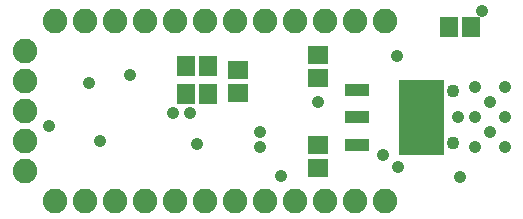
<source format=gbr>
G04 EAGLE Gerber RS-274X export*
G75*
%MOMM*%
%FSLAX34Y34*%
%LPD*%
%INSoldermask Bottom*%
%IPPOS*%
%AMOC8*
5,1,8,0,0,1.08239X$1,22.5*%
G01*
%ADD10C,1.103200*%
%ADD11R,2.103200X1.103200*%
%ADD12R,2.103200X3.403200*%
%ADD13R,1.703200X1.503200*%
%ADD14C,2.082800*%
%ADD15R,1.503200X1.703200*%
%ADD16C,1.061200*%

G36*
X370898Y56143D02*
X370898Y56143D01*
X370956Y56141D01*
X371038Y56163D01*
X371122Y56175D01*
X371175Y56199D01*
X371231Y56213D01*
X371304Y56256D01*
X371381Y56291D01*
X371426Y56329D01*
X371476Y56359D01*
X371534Y56420D01*
X371598Y56475D01*
X371630Y56523D01*
X371670Y56566D01*
X371709Y56641D01*
X371756Y56711D01*
X371773Y56767D01*
X371800Y56819D01*
X371811Y56887D01*
X371841Y56982D01*
X371844Y57082D01*
X371855Y57150D01*
X371855Y118110D01*
X371848Y118161D01*
X371849Y118181D01*
X371848Y118185D01*
X371849Y118226D01*
X371827Y118308D01*
X371815Y118392D01*
X371792Y118445D01*
X371777Y118501D01*
X371734Y118574D01*
X371699Y118651D01*
X371661Y118696D01*
X371632Y118746D01*
X371570Y118804D01*
X371516Y118868D01*
X371467Y118900D01*
X371424Y118940D01*
X371349Y118979D01*
X371279Y119026D01*
X371223Y119043D01*
X371171Y119070D01*
X371103Y119081D01*
X371008Y119111D01*
X370908Y119114D01*
X370840Y119125D01*
X334010Y119125D01*
X333952Y119117D01*
X333894Y119119D01*
X333812Y119097D01*
X333729Y119085D01*
X333675Y119062D01*
X333619Y119047D01*
X333546Y119004D01*
X333469Y118969D01*
X333424Y118931D01*
X333374Y118902D01*
X333316Y118840D01*
X333252Y118786D01*
X333220Y118737D01*
X333180Y118694D01*
X333141Y118619D01*
X333095Y118549D01*
X333077Y118493D01*
X333050Y118441D01*
X333039Y118373D01*
X333009Y118278D01*
X333006Y118178D01*
X332995Y118110D01*
X332995Y57150D01*
X333003Y57092D01*
X333001Y57034D01*
X333023Y56952D01*
X333035Y56869D01*
X333059Y56815D01*
X333073Y56759D01*
X333116Y56686D01*
X333151Y56609D01*
X333189Y56564D01*
X333219Y56514D01*
X333280Y56456D01*
X333335Y56392D01*
X333383Y56360D01*
X333426Y56320D01*
X333501Y56281D01*
X333571Y56235D01*
X333627Y56217D01*
X333679Y56190D01*
X333747Y56179D01*
X333842Y56149D01*
X333942Y56146D01*
X334010Y56135D01*
X370840Y56135D01*
X370898Y56143D01*
G37*
D10*
X379410Y65630D03*
X379410Y109630D03*
D11*
X298110Y64630D03*
X298110Y87630D03*
X298110Y110630D03*
D12*
X359110Y87630D03*
D13*
X265110Y140310D03*
X265110Y121310D03*
X265110Y45110D03*
X265110Y64110D03*
D14*
X16510Y143510D03*
X16510Y118110D03*
X16510Y92710D03*
X16510Y67310D03*
X16510Y41910D03*
X41910Y168910D03*
X67310Y168910D03*
X92710Y168910D03*
X118110Y168910D03*
X143510Y168910D03*
X168910Y168910D03*
X194310Y168910D03*
X219710Y168910D03*
X245110Y168910D03*
X270510Y168910D03*
X270510Y16510D03*
X245110Y16510D03*
X219710Y16510D03*
X194310Y16510D03*
X168910Y16510D03*
X143510Y16510D03*
X118110Y16510D03*
X92710Y16510D03*
X67310Y16510D03*
X41910Y16510D03*
X295910Y16510D03*
X321310Y16510D03*
X295910Y168910D03*
X321310Y168910D03*
D13*
X196850Y127610D03*
X196850Y108610D03*
D15*
X172060Y131380D03*
X172060Y107380D03*
X153060Y107380D03*
X153060Y131380D03*
X375310Y163830D03*
X394310Y163830D03*
D16*
X383220Y87630D03*
X265110Y100330D03*
X80010Y67310D03*
X156210Y91440D03*
X215999Y62230D03*
X397510Y87630D03*
X397510Y113030D03*
X410210Y100330D03*
X422910Y87630D03*
X422910Y113030D03*
X422910Y62230D03*
X410210Y74930D03*
X397510Y62230D03*
X384810Y36830D03*
X105410Y123190D03*
X162560Y64770D03*
X332290Y45530D03*
X71120Y116840D03*
X320040Y55880D03*
X36830Y80010D03*
X331470Y139700D03*
X215900Y74930D03*
X142240Y91440D03*
X233300Y38020D03*
X403860Y177800D03*
M02*

</source>
